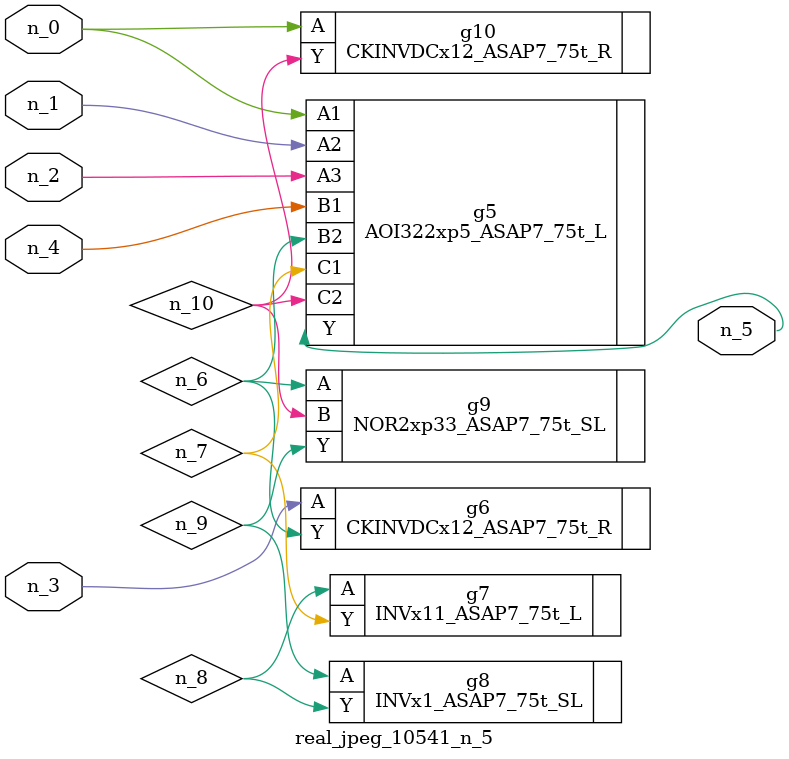
<source format=v>
module real_jpeg_10541_n_5 (n_4, n_0, n_1, n_2, n_3, n_5);

input n_4;
input n_0;
input n_1;
input n_2;
input n_3;

output n_5;

wire n_8;
wire n_6;
wire n_7;
wire n_10;
wire n_9;

AOI322xp5_ASAP7_75t_L g5 ( 
.A1(n_0),
.A2(n_1),
.A3(n_2),
.B1(n_4),
.B2(n_6),
.C1(n_7),
.C2(n_10),
.Y(n_5)
);

CKINVDCx12_ASAP7_75t_R g10 ( 
.A(n_0),
.Y(n_10)
);

CKINVDCx12_ASAP7_75t_R g6 ( 
.A(n_3),
.Y(n_6)
);

NOR2xp33_ASAP7_75t_SL g9 ( 
.A(n_6),
.B(n_10),
.Y(n_9)
);

INVx11_ASAP7_75t_L g7 ( 
.A(n_8),
.Y(n_7)
);

INVx1_ASAP7_75t_SL g8 ( 
.A(n_9),
.Y(n_8)
);


endmodule
</source>
